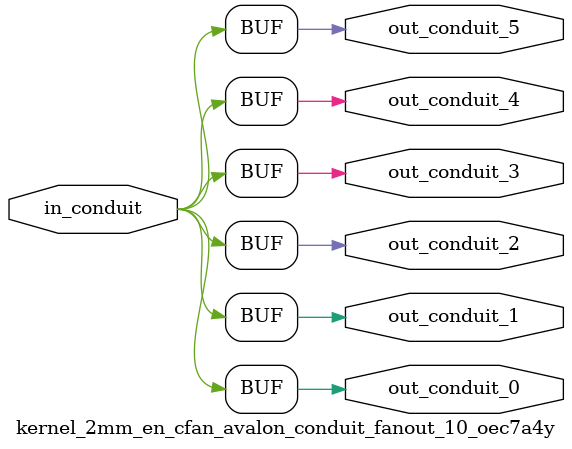
<source format=sv>


 


// --------------------------------------------------------------------------------
//| Avalon Conduit Fan-Out
// --------------------------------------------------------------------------------

// ------------------------------------------
// Generation parameters:
//   output_name:       kernel_2mm_en_cfan_avalon_conduit_fanout_10_oec7a4y
//   numFanOut:         6
//   
// ------------------------------------------

module kernel_2mm_en_cfan_avalon_conduit_fanout_10_oec7a4y (     

// Interface: out_conduit_0
 output                    out_conduit_0,
// Interface: out_conduit_1
 output                    out_conduit_1,
// Interface: out_conduit_2
 output                    out_conduit_2,
// Interface: out_conduit_3
 output                    out_conduit_3,
// Interface: out_conduit_4
 output                    out_conduit_4,
// Interface: out_conduit_5
 output                    out_conduit_5,

// Interface: in_conduit
 input                   in_conduit

);

   assign  out_conduit_0 = in_conduit;
   assign  out_conduit_1 = in_conduit;
   assign  out_conduit_2 = in_conduit;
   assign  out_conduit_3 = in_conduit;
   assign  out_conduit_4 = in_conduit;
   assign  out_conduit_5 = in_conduit;

endmodule //


</source>
